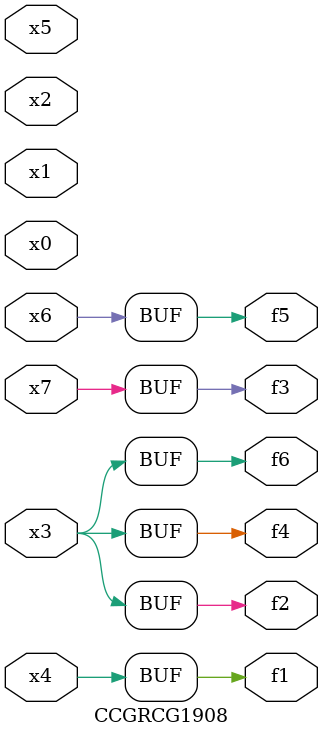
<source format=v>
module CCGRCG1908(
	input x0, x1, x2, x3, x4, x5, x6, x7,
	output f1, f2, f3, f4, f5, f6
);
	assign f1 = x4;
	assign f2 = x3;
	assign f3 = x7;
	assign f4 = x3;
	assign f5 = x6;
	assign f6 = x3;
endmodule

</source>
